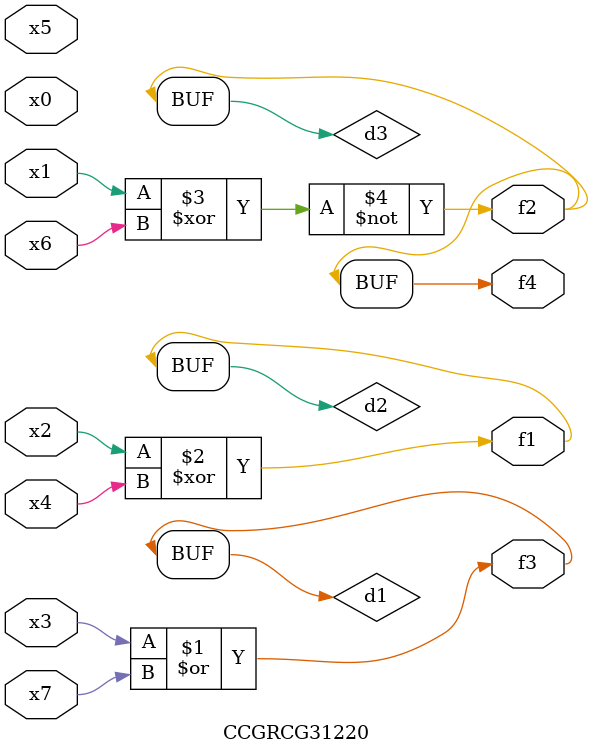
<source format=v>
module CCGRCG31220(
	input x0, x1, x2, x3, x4, x5, x6, x7,
	output f1, f2, f3, f4
);

	wire d1, d2, d3;

	or (d1, x3, x7);
	xor (d2, x2, x4);
	xnor (d3, x1, x6);
	assign f1 = d2;
	assign f2 = d3;
	assign f3 = d1;
	assign f4 = d3;
endmodule

</source>
